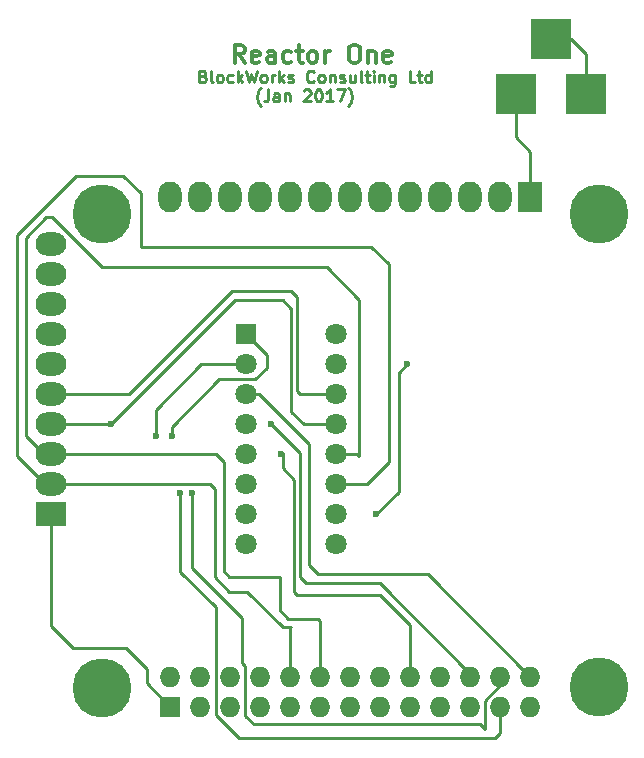
<source format=gbr>
G04 #@! TF.FileFunction,Copper,L1,Top,Signal*
%FSLAX46Y46*%
G04 Gerber Fmt 4.6, Leading zero omitted, Abs format (unit mm)*
G04 Created by KiCad (PCBNEW 4.0.5-e0-6337~49~ubuntu16.04.1) date Sun Jan 15 23:05:11 2017*
%MOMM*%
%LPD*%
G01*
G04 APERTURE LIST*
%ADD10C,0.100000*%
%ADD11C,0.250000*%
%ADD12C,0.300000*%
%ADD13R,1.727200X1.727200*%
%ADD14O,1.727200X1.727200*%
%ADD15R,1.800000X1.800000*%
%ADD16C,1.800000*%
%ADD17R,2.600000X2.000000*%
%ADD18O,2.600000X2.000000*%
%ADD19C,5.000000*%
%ADD20R,3.500000X3.500000*%
%ADD21R,2.000000X2.600000*%
%ADD22O,2.000000X2.600000*%
%ADD23C,0.600000*%
G04 APERTURE END LIST*
D10*
D11*
X132075714Y-75903333D02*
X132028094Y-75855714D01*
X131932856Y-75712857D01*
X131885237Y-75617619D01*
X131837618Y-75474762D01*
X131789999Y-75236667D01*
X131789999Y-75046190D01*
X131837618Y-74808095D01*
X131885237Y-74665238D01*
X131932856Y-74570000D01*
X132028094Y-74427143D01*
X132075714Y-74379524D01*
X132742381Y-74522381D02*
X132742381Y-75236667D01*
X132694761Y-75379524D01*
X132599523Y-75474762D01*
X132456666Y-75522381D01*
X132361428Y-75522381D01*
X133647143Y-75522381D02*
X133647143Y-74998571D01*
X133599524Y-74903333D01*
X133504286Y-74855714D01*
X133313809Y-74855714D01*
X133218571Y-74903333D01*
X133647143Y-75474762D02*
X133551905Y-75522381D01*
X133313809Y-75522381D01*
X133218571Y-75474762D01*
X133170952Y-75379524D01*
X133170952Y-75284286D01*
X133218571Y-75189048D01*
X133313809Y-75141429D01*
X133551905Y-75141429D01*
X133647143Y-75093810D01*
X134123333Y-74855714D02*
X134123333Y-75522381D01*
X134123333Y-74950952D02*
X134170952Y-74903333D01*
X134266190Y-74855714D01*
X134409048Y-74855714D01*
X134504286Y-74903333D01*
X134551905Y-74998571D01*
X134551905Y-75522381D01*
X135742381Y-74617619D02*
X135790000Y-74570000D01*
X135885238Y-74522381D01*
X136123334Y-74522381D01*
X136218572Y-74570000D01*
X136266191Y-74617619D01*
X136313810Y-74712857D01*
X136313810Y-74808095D01*
X136266191Y-74950952D01*
X135694762Y-75522381D01*
X136313810Y-75522381D01*
X136932857Y-74522381D02*
X137028096Y-74522381D01*
X137123334Y-74570000D01*
X137170953Y-74617619D01*
X137218572Y-74712857D01*
X137266191Y-74903333D01*
X137266191Y-75141429D01*
X137218572Y-75331905D01*
X137170953Y-75427143D01*
X137123334Y-75474762D01*
X137028096Y-75522381D01*
X136932857Y-75522381D01*
X136837619Y-75474762D01*
X136790000Y-75427143D01*
X136742381Y-75331905D01*
X136694762Y-75141429D01*
X136694762Y-74903333D01*
X136742381Y-74712857D01*
X136790000Y-74617619D01*
X136837619Y-74570000D01*
X136932857Y-74522381D01*
X138218572Y-75522381D02*
X137647143Y-75522381D01*
X137932857Y-75522381D02*
X137932857Y-74522381D01*
X137837619Y-74665238D01*
X137742381Y-74760476D01*
X137647143Y-74808095D01*
X138551905Y-74522381D02*
X139218572Y-74522381D01*
X138790000Y-75522381D01*
X139504286Y-75903333D02*
X139551905Y-75855714D01*
X139647143Y-75712857D01*
X139694762Y-75617619D01*
X139742381Y-75474762D01*
X139790000Y-75236667D01*
X139790000Y-75046190D01*
X139742381Y-74808095D01*
X139694762Y-74665238D01*
X139647143Y-74570000D01*
X139551905Y-74427143D01*
X139504286Y-74379524D01*
X127213808Y-73398571D02*
X127356665Y-73446190D01*
X127404284Y-73493810D01*
X127451903Y-73589048D01*
X127451903Y-73731905D01*
X127404284Y-73827143D01*
X127356665Y-73874762D01*
X127261427Y-73922381D01*
X126880474Y-73922381D01*
X126880474Y-72922381D01*
X127213808Y-72922381D01*
X127309046Y-72970000D01*
X127356665Y-73017619D01*
X127404284Y-73112857D01*
X127404284Y-73208095D01*
X127356665Y-73303333D01*
X127309046Y-73350952D01*
X127213808Y-73398571D01*
X126880474Y-73398571D01*
X128023331Y-73922381D02*
X127928093Y-73874762D01*
X127880474Y-73779524D01*
X127880474Y-72922381D01*
X128547141Y-73922381D02*
X128451903Y-73874762D01*
X128404284Y-73827143D01*
X128356665Y-73731905D01*
X128356665Y-73446190D01*
X128404284Y-73350952D01*
X128451903Y-73303333D01*
X128547141Y-73255714D01*
X128689999Y-73255714D01*
X128785237Y-73303333D01*
X128832856Y-73350952D01*
X128880475Y-73446190D01*
X128880475Y-73731905D01*
X128832856Y-73827143D01*
X128785237Y-73874762D01*
X128689999Y-73922381D01*
X128547141Y-73922381D01*
X129737618Y-73874762D02*
X129642380Y-73922381D01*
X129451903Y-73922381D01*
X129356665Y-73874762D01*
X129309046Y-73827143D01*
X129261427Y-73731905D01*
X129261427Y-73446190D01*
X129309046Y-73350952D01*
X129356665Y-73303333D01*
X129451903Y-73255714D01*
X129642380Y-73255714D01*
X129737618Y-73303333D01*
X130166189Y-73922381D02*
X130166189Y-72922381D01*
X130261427Y-73541429D02*
X130547142Y-73922381D01*
X130547142Y-73255714D02*
X130166189Y-73636667D01*
X130880475Y-72922381D02*
X131118570Y-73922381D01*
X131309047Y-73208095D01*
X131499523Y-73922381D01*
X131737618Y-72922381D01*
X132261427Y-73922381D02*
X132166189Y-73874762D01*
X132118570Y-73827143D01*
X132070951Y-73731905D01*
X132070951Y-73446190D01*
X132118570Y-73350952D01*
X132166189Y-73303333D01*
X132261427Y-73255714D01*
X132404285Y-73255714D01*
X132499523Y-73303333D01*
X132547142Y-73350952D01*
X132594761Y-73446190D01*
X132594761Y-73731905D01*
X132547142Y-73827143D01*
X132499523Y-73874762D01*
X132404285Y-73922381D01*
X132261427Y-73922381D01*
X133023332Y-73922381D02*
X133023332Y-73255714D01*
X133023332Y-73446190D02*
X133070951Y-73350952D01*
X133118570Y-73303333D01*
X133213808Y-73255714D01*
X133309047Y-73255714D01*
X133642380Y-73922381D02*
X133642380Y-72922381D01*
X133737618Y-73541429D02*
X134023333Y-73922381D01*
X134023333Y-73255714D02*
X133642380Y-73636667D01*
X134404285Y-73874762D02*
X134499523Y-73922381D01*
X134689999Y-73922381D01*
X134785238Y-73874762D01*
X134832857Y-73779524D01*
X134832857Y-73731905D01*
X134785238Y-73636667D01*
X134689999Y-73589048D01*
X134547142Y-73589048D01*
X134451904Y-73541429D01*
X134404285Y-73446190D01*
X134404285Y-73398571D01*
X134451904Y-73303333D01*
X134547142Y-73255714D01*
X134689999Y-73255714D01*
X134785238Y-73303333D01*
X136594762Y-73827143D02*
X136547143Y-73874762D01*
X136404286Y-73922381D01*
X136309048Y-73922381D01*
X136166190Y-73874762D01*
X136070952Y-73779524D01*
X136023333Y-73684286D01*
X135975714Y-73493810D01*
X135975714Y-73350952D01*
X136023333Y-73160476D01*
X136070952Y-73065238D01*
X136166190Y-72970000D01*
X136309048Y-72922381D01*
X136404286Y-72922381D01*
X136547143Y-72970000D01*
X136594762Y-73017619D01*
X137166190Y-73922381D02*
X137070952Y-73874762D01*
X137023333Y-73827143D01*
X136975714Y-73731905D01*
X136975714Y-73446190D01*
X137023333Y-73350952D01*
X137070952Y-73303333D01*
X137166190Y-73255714D01*
X137309048Y-73255714D01*
X137404286Y-73303333D01*
X137451905Y-73350952D01*
X137499524Y-73446190D01*
X137499524Y-73731905D01*
X137451905Y-73827143D01*
X137404286Y-73874762D01*
X137309048Y-73922381D01*
X137166190Y-73922381D01*
X137928095Y-73255714D02*
X137928095Y-73922381D01*
X137928095Y-73350952D02*
X137975714Y-73303333D01*
X138070952Y-73255714D01*
X138213810Y-73255714D01*
X138309048Y-73303333D01*
X138356667Y-73398571D01*
X138356667Y-73922381D01*
X138785238Y-73874762D02*
X138880476Y-73922381D01*
X139070952Y-73922381D01*
X139166191Y-73874762D01*
X139213810Y-73779524D01*
X139213810Y-73731905D01*
X139166191Y-73636667D01*
X139070952Y-73589048D01*
X138928095Y-73589048D01*
X138832857Y-73541429D01*
X138785238Y-73446190D01*
X138785238Y-73398571D01*
X138832857Y-73303333D01*
X138928095Y-73255714D01*
X139070952Y-73255714D01*
X139166191Y-73303333D01*
X140070953Y-73255714D02*
X140070953Y-73922381D01*
X139642381Y-73255714D02*
X139642381Y-73779524D01*
X139690000Y-73874762D01*
X139785238Y-73922381D01*
X139928096Y-73922381D01*
X140023334Y-73874762D01*
X140070953Y-73827143D01*
X140690000Y-73922381D02*
X140594762Y-73874762D01*
X140547143Y-73779524D01*
X140547143Y-72922381D01*
X140928096Y-73255714D02*
X141309048Y-73255714D01*
X141070953Y-72922381D02*
X141070953Y-73779524D01*
X141118572Y-73874762D01*
X141213810Y-73922381D01*
X141309048Y-73922381D01*
X141642382Y-73922381D02*
X141642382Y-73255714D01*
X141642382Y-72922381D02*
X141594763Y-72970000D01*
X141642382Y-73017619D01*
X141690001Y-72970000D01*
X141642382Y-72922381D01*
X141642382Y-73017619D01*
X142118572Y-73255714D02*
X142118572Y-73922381D01*
X142118572Y-73350952D02*
X142166191Y-73303333D01*
X142261429Y-73255714D01*
X142404287Y-73255714D01*
X142499525Y-73303333D01*
X142547144Y-73398571D01*
X142547144Y-73922381D01*
X143451906Y-73255714D02*
X143451906Y-74065238D01*
X143404287Y-74160476D01*
X143356668Y-74208095D01*
X143261429Y-74255714D01*
X143118572Y-74255714D01*
X143023334Y-74208095D01*
X143451906Y-73874762D02*
X143356668Y-73922381D01*
X143166191Y-73922381D01*
X143070953Y-73874762D01*
X143023334Y-73827143D01*
X142975715Y-73731905D01*
X142975715Y-73446190D01*
X143023334Y-73350952D01*
X143070953Y-73303333D01*
X143166191Y-73255714D01*
X143356668Y-73255714D01*
X143451906Y-73303333D01*
X145166192Y-73922381D02*
X144690001Y-73922381D01*
X144690001Y-72922381D01*
X145356668Y-73255714D02*
X145737620Y-73255714D01*
X145499525Y-72922381D02*
X145499525Y-73779524D01*
X145547144Y-73874762D01*
X145642382Y-73922381D01*
X145737620Y-73922381D01*
X146499526Y-73922381D02*
X146499526Y-72922381D01*
X146499526Y-73874762D02*
X146404288Y-73922381D01*
X146213811Y-73922381D01*
X146118573Y-73874762D01*
X146070954Y-73827143D01*
X146023335Y-73731905D01*
X146023335Y-73446190D01*
X146070954Y-73350952D01*
X146118573Y-73303333D01*
X146213811Y-73255714D01*
X146404288Y-73255714D01*
X146499526Y-73303333D01*
D12*
X130740001Y-72248571D02*
X130240001Y-71534286D01*
X129882858Y-72248571D02*
X129882858Y-70748571D01*
X130454286Y-70748571D01*
X130597144Y-70820000D01*
X130668572Y-70891429D01*
X130740001Y-71034286D01*
X130740001Y-71248571D01*
X130668572Y-71391429D01*
X130597144Y-71462857D01*
X130454286Y-71534286D01*
X129882858Y-71534286D01*
X131954286Y-72177143D02*
X131811429Y-72248571D01*
X131525715Y-72248571D01*
X131382858Y-72177143D01*
X131311429Y-72034286D01*
X131311429Y-71462857D01*
X131382858Y-71320000D01*
X131525715Y-71248571D01*
X131811429Y-71248571D01*
X131954286Y-71320000D01*
X132025715Y-71462857D01*
X132025715Y-71605714D01*
X131311429Y-71748571D01*
X133311429Y-72248571D02*
X133311429Y-71462857D01*
X133240000Y-71320000D01*
X133097143Y-71248571D01*
X132811429Y-71248571D01*
X132668572Y-71320000D01*
X133311429Y-72177143D02*
X133168572Y-72248571D01*
X132811429Y-72248571D01*
X132668572Y-72177143D01*
X132597143Y-72034286D01*
X132597143Y-71891429D01*
X132668572Y-71748571D01*
X132811429Y-71677143D01*
X133168572Y-71677143D01*
X133311429Y-71605714D01*
X134668572Y-72177143D02*
X134525715Y-72248571D01*
X134240001Y-72248571D01*
X134097143Y-72177143D01*
X134025715Y-72105714D01*
X133954286Y-71962857D01*
X133954286Y-71534286D01*
X134025715Y-71391429D01*
X134097143Y-71320000D01*
X134240001Y-71248571D01*
X134525715Y-71248571D01*
X134668572Y-71320000D01*
X135097143Y-71248571D02*
X135668572Y-71248571D01*
X135311429Y-70748571D02*
X135311429Y-72034286D01*
X135382857Y-72177143D01*
X135525715Y-72248571D01*
X135668572Y-72248571D01*
X136382858Y-72248571D02*
X136240000Y-72177143D01*
X136168572Y-72105714D01*
X136097143Y-71962857D01*
X136097143Y-71534286D01*
X136168572Y-71391429D01*
X136240000Y-71320000D01*
X136382858Y-71248571D01*
X136597143Y-71248571D01*
X136740000Y-71320000D01*
X136811429Y-71391429D01*
X136882858Y-71534286D01*
X136882858Y-71962857D01*
X136811429Y-72105714D01*
X136740000Y-72177143D01*
X136597143Y-72248571D01*
X136382858Y-72248571D01*
X137525715Y-72248571D02*
X137525715Y-71248571D01*
X137525715Y-71534286D02*
X137597143Y-71391429D01*
X137668572Y-71320000D01*
X137811429Y-71248571D01*
X137954286Y-71248571D01*
X139882857Y-70748571D02*
X140168571Y-70748571D01*
X140311429Y-70820000D01*
X140454286Y-70962857D01*
X140525714Y-71248571D01*
X140525714Y-71748571D01*
X140454286Y-72034286D01*
X140311429Y-72177143D01*
X140168571Y-72248571D01*
X139882857Y-72248571D01*
X139740000Y-72177143D01*
X139597143Y-72034286D01*
X139525714Y-71748571D01*
X139525714Y-71248571D01*
X139597143Y-70962857D01*
X139740000Y-70820000D01*
X139882857Y-70748571D01*
X141168572Y-71248571D02*
X141168572Y-72248571D01*
X141168572Y-71391429D02*
X141240000Y-71320000D01*
X141382858Y-71248571D01*
X141597143Y-71248571D01*
X141740000Y-71320000D01*
X141811429Y-71462857D01*
X141811429Y-72248571D01*
X143097143Y-72177143D02*
X142954286Y-72248571D01*
X142668572Y-72248571D01*
X142525715Y-72177143D01*
X142454286Y-72034286D01*
X142454286Y-71462857D01*
X142525715Y-71320000D01*
X142668572Y-71248571D01*
X142954286Y-71248571D01*
X143097143Y-71320000D01*
X143168572Y-71462857D01*
X143168572Y-71605714D01*
X142454286Y-71748571D01*
D13*
X124447300Y-126822200D03*
D14*
X124447300Y-124282200D03*
X126987300Y-126822200D03*
X126987300Y-124282200D03*
X129527300Y-126822200D03*
X129527300Y-124282200D03*
X132067300Y-126822200D03*
X132067300Y-124282200D03*
X134607300Y-126822200D03*
X134607300Y-124282200D03*
X137147300Y-126822200D03*
X137147300Y-124282200D03*
X139687300Y-126822200D03*
X139687300Y-124282200D03*
X142227300Y-126822200D03*
X142227300Y-124282200D03*
X144767300Y-126822200D03*
X144767300Y-124282200D03*
X147307300Y-126822200D03*
X147307300Y-124282200D03*
X149847300Y-126822200D03*
X149847300Y-124282200D03*
X152387300Y-126822200D03*
X152387300Y-124282200D03*
X154927300Y-126822200D03*
X154927300Y-124282200D03*
D15*
X130810000Y-95250000D03*
D16*
X130810000Y-97790000D03*
X130810000Y-102870000D03*
X130810000Y-105410000D03*
X130810000Y-107950000D03*
X130810000Y-110490000D03*
X130810000Y-113030000D03*
X138430000Y-113030000D03*
X138430000Y-110490000D03*
X138430000Y-107950000D03*
X138430000Y-105410000D03*
X138430000Y-102870000D03*
X138430000Y-100330000D03*
X138430000Y-97790000D03*
X138430000Y-95250000D03*
X130810000Y-100330000D03*
D17*
X114300000Y-110490000D03*
D18*
X114300000Y-107950000D03*
X114300000Y-105410000D03*
X114300000Y-102870000D03*
X114300000Y-100330000D03*
X114300000Y-97790000D03*
X114300000Y-95250000D03*
X114300000Y-92710000D03*
X114300000Y-90170000D03*
X114300000Y-87630000D03*
D19*
X160756600Y-85039200D03*
X160693100Y-125107700D03*
X118630700Y-125171200D03*
X118643400Y-85026500D03*
D20*
X153670000Y-74930000D03*
X159670000Y-74930000D03*
X156670000Y-70230000D03*
D21*
X154927300Y-83654900D03*
D22*
X152387300Y-83654900D03*
X149847300Y-83654900D03*
X147307300Y-83654900D03*
X144767300Y-83654900D03*
X142227300Y-83654900D03*
X139687300Y-83654900D03*
X137147300Y-83654900D03*
X134607300Y-83654900D03*
X132067300Y-83654900D03*
X129527300Y-83654900D03*
X126987300Y-83654900D03*
X124447300Y-83654900D03*
D23*
X144490000Y-97790000D03*
X141890000Y-110470000D03*
X119440000Y-102820000D03*
X133780000Y-105410000D03*
X132940000Y-102820000D03*
X123190000Y-103870000D03*
X125290000Y-108670000D03*
X124590000Y-103870000D03*
X126290000Y-108670000D03*
D11*
X141890000Y-110470000D02*
X143790000Y-108570000D01*
X143790000Y-98490000D02*
X143790000Y-108570000D01*
X143790000Y-98490000D02*
X144490000Y-97790000D01*
X156670000Y-70230000D02*
X158350000Y-70230000D01*
X158350000Y-70230000D02*
X159670000Y-71550000D01*
X159670000Y-71550000D02*
X159670000Y-74930000D01*
X114300000Y-110490000D02*
X114300000Y-119930000D01*
X122440000Y-124814900D02*
X124447300Y-126822200D01*
X122440000Y-123570000D02*
X122440000Y-124814900D01*
X120690000Y-121820000D02*
X122440000Y-123570000D01*
X116190000Y-121820000D02*
X120690000Y-121820000D01*
X114300000Y-119930000D02*
X116190000Y-121820000D01*
X119440000Y-102820000D02*
X119390000Y-102870000D01*
X114300000Y-102870000D02*
X119390000Y-102870000D01*
X135740000Y-102870000D02*
X138430000Y-102870000D01*
X134690000Y-101820000D02*
X135740000Y-102870000D01*
X134690000Y-93070000D02*
X134690000Y-101820000D01*
X133940000Y-92320000D02*
X134690000Y-93070000D01*
X129940000Y-92320000D02*
X133940000Y-92320000D01*
X119390000Y-102870000D02*
X129940000Y-92320000D01*
X114300000Y-107950000D02*
X113820000Y-107950000D01*
X113820000Y-107950000D02*
X111440000Y-105570000D01*
X141060000Y-107950000D02*
X138430000Y-107950000D01*
X142940000Y-106070000D02*
X141060000Y-107950000D01*
X142940000Y-89320000D02*
X142940000Y-106070000D01*
X141440000Y-87820000D02*
X142940000Y-89320000D01*
X121940000Y-87820000D02*
X141440000Y-87820000D01*
X121940000Y-83320000D02*
X121940000Y-87820000D01*
X120440000Y-81820000D02*
X121940000Y-83320000D01*
X116440000Y-81820000D02*
X120440000Y-81820000D01*
X111440000Y-86820000D02*
X116440000Y-81820000D01*
X111440000Y-105570000D02*
X111440000Y-86820000D01*
X114300000Y-107950000D02*
X127820000Y-107950000D01*
X134607300Y-120152700D02*
X134607300Y-124282200D01*
X134690000Y-120070000D02*
X134607300Y-120152700D01*
X133940000Y-120070000D02*
X134690000Y-120070000D01*
X130940000Y-117070000D02*
X133940000Y-120070000D01*
X129440000Y-117070000D02*
X130940000Y-117070000D01*
X128190000Y-115820000D02*
X129440000Y-117070000D01*
X128190000Y-108320000D02*
X128190000Y-115820000D01*
X127820000Y-107950000D02*
X128190000Y-108320000D01*
X114300000Y-105410000D02*
X128280000Y-105410000D01*
X137147300Y-119527300D02*
X137147300Y-124282200D01*
X136940000Y-119320000D02*
X137147300Y-119527300D01*
X134440000Y-119320000D02*
X136940000Y-119320000D01*
X133690000Y-118570000D02*
X134440000Y-119320000D01*
X133690000Y-115820000D02*
X133690000Y-118570000D01*
X129440000Y-115820000D02*
X133690000Y-115820000D01*
X128940000Y-115320000D02*
X129440000Y-115820000D01*
X128940000Y-106070000D02*
X128940000Y-115320000D01*
X128280000Y-105410000D02*
X128940000Y-106070000D01*
X114300000Y-105410000D02*
X113780000Y-105410000D01*
X113780000Y-105410000D02*
X112190000Y-103820000D01*
X112190000Y-103820000D02*
X112190000Y-87070000D01*
X112190000Y-87070000D02*
X113940000Y-85320000D01*
X113940000Y-85320000D02*
X114440000Y-85320000D01*
X114440000Y-85320000D02*
X118690000Y-89570000D01*
X118690000Y-89570000D02*
X137690000Y-89570000D01*
X137690000Y-89570000D02*
X140440000Y-92320000D01*
X140440000Y-92320000D02*
X140440000Y-105570000D01*
X140440000Y-105570000D02*
X140280000Y-105410000D01*
X140280000Y-105410000D02*
X138430000Y-105410000D01*
X114300000Y-100330000D02*
X120930000Y-100330000D01*
X135450000Y-100330000D02*
X138430000Y-100330000D01*
X135190000Y-100070000D02*
X135450000Y-100330000D01*
X135190000Y-92070000D02*
X135190000Y-100070000D01*
X134690000Y-91570000D02*
X135190000Y-92070000D01*
X129690000Y-91570000D02*
X134690000Y-91570000D01*
X120930000Y-100330000D02*
X129690000Y-91570000D01*
X133790000Y-105400000D02*
X133790000Y-105370000D01*
X133780000Y-105410000D02*
X133790000Y-105400000D01*
X144767300Y-124282200D02*
X144767300Y-119897300D01*
X133940000Y-106570000D02*
X133940000Y-105320000D01*
X134940000Y-107570000D02*
X133940000Y-106570000D01*
X134940000Y-117070000D02*
X134940000Y-107570000D01*
X135190000Y-117320000D02*
X134940000Y-117070000D01*
X142190000Y-117320000D02*
X135190000Y-117320000D01*
X144767300Y-119897300D02*
X142190000Y-117320000D01*
X149847300Y-124282200D02*
X149847300Y-123977300D01*
X149847300Y-123977300D02*
X142190000Y-116320000D01*
X142190000Y-116320000D02*
X135940000Y-116320000D01*
X135940000Y-116320000D02*
X135440000Y-115820000D01*
X135440000Y-115820000D02*
X135440000Y-105320000D01*
X135440000Y-105320000D02*
X132940000Y-102820000D01*
X130810000Y-100330000D02*
X131950000Y-100330000D01*
X146215100Y-115570000D02*
X154927300Y-124282200D01*
X136940000Y-115570000D02*
X146215100Y-115570000D01*
X136190000Y-114820000D02*
X136940000Y-115570000D01*
X136190000Y-104570000D02*
X136190000Y-114820000D01*
X131950000Y-100330000D02*
X136190000Y-104570000D01*
X123190000Y-103870000D02*
X123190000Y-101670000D01*
X152387300Y-128972700D02*
X151890000Y-129470000D01*
X151890000Y-129470000D02*
X130290000Y-129470000D01*
X130290000Y-129470000D02*
X128290000Y-127470000D01*
X128290000Y-127470000D02*
X128290000Y-118370000D01*
X128290000Y-118370000D02*
X125290000Y-115370000D01*
X125290000Y-115370000D02*
X125290000Y-108670000D01*
X152387300Y-126822200D02*
X152387300Y-128972700D01*
X127070000Y-97790000D02*
X130810000Y-97790000D01*
X123190000Y-101670000D02*
X127070000Y-97790000D01*
X124590000Y-103870000D02*
X124590000Y-103070000D01*
X152387300Y-124972700D02*
X151090000Y-126270000D01*
X126290000Y-115070000D02*
X126290000Y-108670000D01*
X130490000Y-119270000D02*
X126290000Y-115070000D01*
X130490000Y-123070000D02*
X130490000Y-119270000D01*
X130790000Y-123370000D02*
X130490000Y-123070000D01*
X130790000Y-127570000D02*
X130790000Y-123370000D01*
X131490000Y-128270000D02*
X130790000Y-127570000D01*
X150690000Y-128270000D02*
X131490000Y-128270000D01*
X151090000Y-128670000D02*
X150690000Y-128270000D01*
X151090000Y-126270000D02*
X151090000Y-128670000D01*
X132590000Y-97030000D02*
X130810000Y-95250000D01*
X132590000Y-98070000D02*
X132590000Y-97030000D01*
X131590000Y-99070000D02*
X132590000Y-98070000D01*
X128590000Y-99070000D02*
X131590000Y-99070000D01*
X124590000Y-103070000D02*
X128590000Y-99070000D01*
X152387300Y-124282200D02*
X152387300Y-124972700D01*
X153670000Y-74930000D02*
X153670000Y-78550000D01*
X154927300Y-79807300D02*
X154927300Y-83654900D01*
X153670000Y-78550000D02*
X154927300Y-79807300D01*
M02*

</source>
